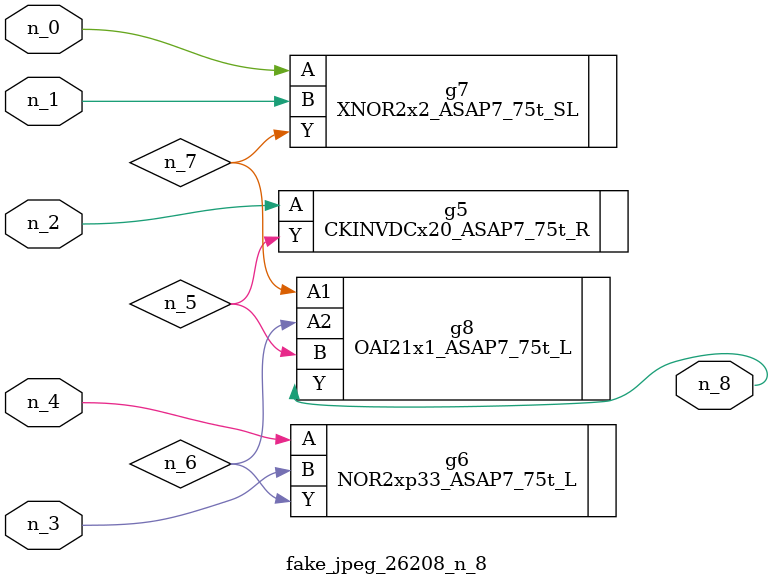
<source format=v>
module fake_jpeg_26208_n_8 (n_3, n_2, n_1, n_0, n_4, n_8);

input n_3;
input n_2;
input n_1;
input n_0;
input n_4;

output n_8;

wire n_6;
wire n_5;
wire n_7;

CKINVDCx20_ASAP7_75t_R g5 ( 
.A(n_2),
.Y(n_5)
);

NOR2xp33_ASAP7_75t_L g6 ( 
.A(n_4),
.B(n_3),
.Y(n_6)
);

XNOR2x2_ASAP7_75t_SL g7 ( 
.A(n_0),
.B(n_1),
.Y(n_7)
);

OAI21x1_ASAP7_75t_L g8 ( 
.A1(n_7),
.A2(n_6),
.B(n_5),
.Y(n_8)
);


endmodule
</source>
